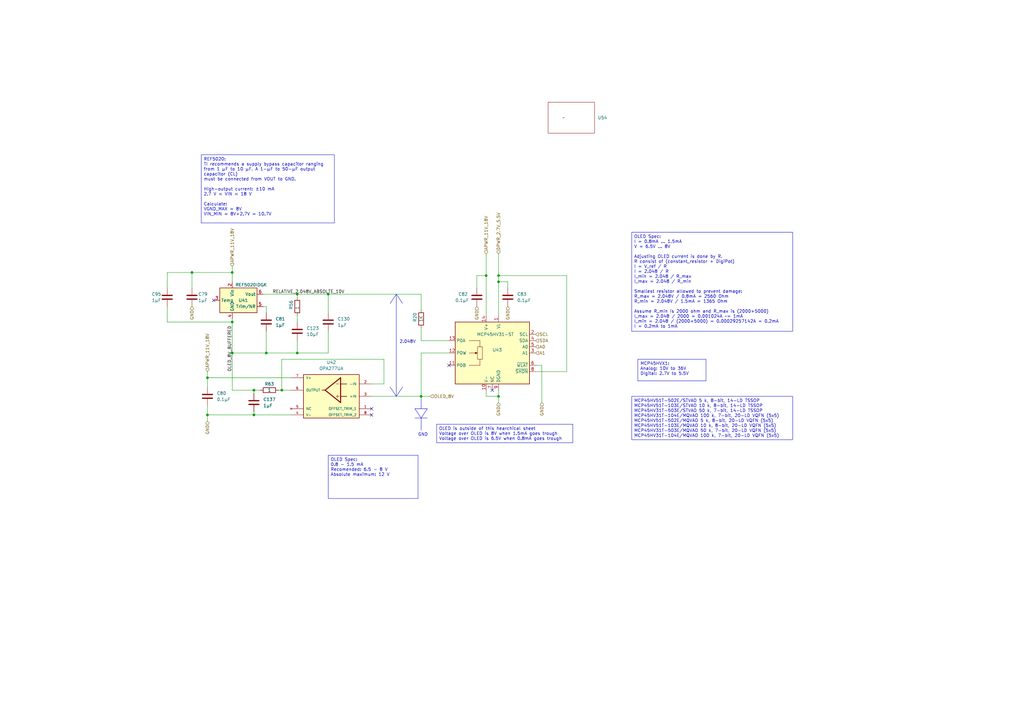
<source format=kicad_sch>
(kicad_sch (version 20230121) (generator eeschema)
  (paper "A3")
  (lib_symbols
    (symbol "Device:C" (pin_numbers hide) (pin_names (offset 0.254))
      (property "Reference" "C" (at 0.635 2.54 0))
      (property "Value" "C" (at 0.635 -2.54 0))
      (symbol "C_0_1"
        (polyline (pts (xy -2.032 -0.762) (xy 2.032 -0.762)) (stroke (width 0.508)))
        (polyline (pts (xy -2.032 0.762) (xy 2.032 0.762)) (stroke (width 0.508)))
      )
      (symbol "C_1_1"
        (pin passive line (at 0 3.81 270) (length 2.794) (name "~") (number "1"))
        (pin passive line (at 0 -3.81 90) (length 2.794) (name "~") (number "2"))
      )
    )
    (symbol "Device:R" (pin_numbers hide) (pin_names (offset 0))
      (property "Reference" "R" (at 2.032 0 90))
      (property "Value" "R" (at 0 0 90))
      (symbol "R_0_1"
        (rectangle (start -1.016 -2.54) (end 1.016 2.54) (stroke (width 0.254)))
      )
      (symbol "R_1_1"
        (pin passive line (at 0 3.81 270) (length 1.27) (name "~") (number "1"))
        (pin passive line (at 0 -3.81 90) (length 1.27) (name "~") (number "2"))
      )
    )
    (symbol "OPAx277:OPA277UA" (pin_names (offset 1.016))
      (property "Reference" "U" (at -10.16 13.97 0))
      (property "Value" "OPA277UA" (at -10.16 -6.35 0))
      (symbol "OPA277UA_0_0"
        (rectangle (start -10.16 13.97) (end 12.7 -3.81) (stroke (width 0.254)) (fill (type background)))
        (polyline (pts (xy -5.08 5.08) (xy -2.54 5.08)) (stroke (width 0.254)))
        (polyline (pts (xy -5.08 10.16) (xy -2.54 10.16)) (stroke (width 0.254)))
        (polyline (pts (xy -2.54 2.54) (xy 3.81 7.62)) (stroke (width 0.4064)))
        (polyline (pts (xy -2.54 5.08) (xy -2.54 2.54)) (stroke (width 0.4064)))
        (polyline (pts (xy -2.54 10.16) (xy -2.54 5.08)) (stroke (width 0.4064)))
        (polyline (pts (xy -2.54 12.7) (xy -2.54 10.16)) (stroke (width 0.4064)))
        (polyline (pts (xy -1.905 5.08) (xy -0.635 5.08)) (stroke (width 0.1524)))
        (polyline (pts (xy -1.905 10.16) (xy -0.635 10.16)) (stroke (width 0.1524)))
        (polyline (pts (xy -1.27 5.715) (xy -1.27 4.445)) (stroke (width 0.1524)))
        (polyline (pts (xy 3.81 7.62) (xy -2.54 12.7)) (stroke (width 0.4064)))
        (polyline (pts (xy 3.81 7.62) (xy 5.08 7.62)) (stroke (width 0.254)))
        (pin input line (at -15.24 0 0) (length 5.08) (name "OFFSET_TRIM_1") (number "1"))
        (pin input line (at -15.24 10.16 0) (length 5.08) (name "-IN") (number "2"))
        (pin input line (at -15.24 5.08 0) (length 5.08) (name "+IN") (number "3"))
        (pin power_in line (at 17.78 -2.54 180) (length 5.08) (name "V-") (number "4"))
        (pin no_connect line (at 17.78 0 180) (length 5.08) (name "NC") (number "5"))
        (pin output line (at 17.78 7.62 180) (length 5.08) (name "OUTPUT") (number "6"))
        (pin power_in line (at 17.78 12.7 180) (length 5.08) (name "V+") (number "7"))
        (pin input line (at -15.24 -2.54 0) (length 5.08) (name "OFFSET_TRIM_2") (number "8"))
      )
    )
    (symbol "Potentiometer_Digital:MCP45HV31-ST"
      (property "Reference" "U" (at -13.97 13.97 0))
      (property "Value" "MCP45HV31-ST" (at 11.43 13.97 0))
      (symbol "MCP45HV31-ST_0_1"
        (polyline (pts (xy 9.525 0) (xy 6.223 0)))
        (polyline (pts (xy 5.08 -2.54) (xy 5.08 -5.08) (xy 9.525 -5.08)))
        (polyline (pts (xy 5.08 2.54) (xy 5.08 5.08) (xy 9.525 5.08)))
        (polyline (pts (xy 6.223 0) (xy 6.985 0.381) (xy 6.985 -0.381) (xy 6.223 0)) (fill (type outline)))
        (polyline (pts (xy 6.096 2.54) (xy 4.064 2.54) (xy 4.064 -2.54) (xy 6.096 -2.54) (xy 6.096 2.54)))
      )
      (symbol "MCP45HV31-ST_1_1"
        (rectangle (start -15.24 12.7) (end 15.24 -12.7) (stroke (width 0.254)) (fill (type background)))
        (pin power_in line (at -2.54 15.24 270) (length 2.54) (name "VL") (number "1"))
        (pin power_in line (at 2.54 -15.24 90) (length 2.54) (name "V-") (number "10"))
        (pin passive line (at 17.78 -5.08 180) (length 2.54) (name "P0B") (number "11"))
        (pin passive line (at 17.78 0 180) (length 2.54) (name "P0W") (number "12"))
        (pin passive line (at 17.78 5.08 180) (length 2.54) (name "P0A") (number "13"))
        (pin power_in line (at 2.54 15.24 270) (length 2.54) (name "V+") (number "14"))
        (pin input line (at -17.78 7.62 0) (length 2.54) (name "SCL") (number "2"))
        (pin input line (at -17.78 0 0) (length 2.54) (name "A1") (number "3"))
        (pin bidirectional line (at -17.78 5.08 0) (length 2.54) (name "SDA") (number "4"))
        (pin input line (at -17.78 2.54 0) (length 2.54) (name "A0") (number "5"))
        (pin input line (at -17.78 -5.08 0) (length 2.54) (name "~{WLAT}") (number "6"))
        (pin passive line (at 0 -15.24 90) (length 2.54) (name "NC") (number "7"))
        (pin input line (at -17.78 -7.62 0) (length 2.54) (name "~{SHDN}") (number "8"))
        (pin power_in line (at -2.54 -15.24 90) (length 2.54) (name "DGND") (number "9"))
      )
    )
    (symbol "Reference_Voltage:REF5020IDGK"
      (property "Reference" "U" (at 0.635 8.255 0))
      (property "Value" "REF5020IDGK" (at -0.635 6.35 0))
      (symbol "REF5020IDGK_0_1"
        (rectangle (start -7.62 5.08) (end 7.62 -5.08) (stroke (width 0.254)) (fill (type background)))
      )
      (symbol "REF5020IDGK_1_1"
        (pin no_connect line (at -7.62 2.54 0) (length 2.54) hide (name "DNC") (number "1"))
        (pin power_in line (at -2.54 7.62 270) (length 2.54) (name "Vin") (number "2"))
        (pin passive line (at -10.16 0 0) (length 2.54) (name "Temp") (number "3"))
        (pin power_in line (at -2.54 -7.62 90) (length 2.54) (name "GND") (number "4"))
        (pin passive line (at 10.16 -2.54 180) (length 2.54) (name "Trim/NR") (number "5"))
        (pin power_out line (at 10.16 2.54 180) (length 2.54) (name "Vout") (number "6"))
        (pin no_connect line (at -5.08 -5.08 90) (length 2.54) hide (name "NC") (number "7"))
        (pin no_connect line (at 7.62 0 180) (length 2.54) hide (name "DNC") (number "8"))
      )
    )
    (symbol "tiabt:OLED_Driver_Outline" (pin_numbers hide) (pin_names (offset 0) hide) (in_bom no)
      (property "Reference" "U" (at 1.27 0 0))
      (symbol "OLED_Driver_Outline_0_1"
        (rectangle (start -6.35 6.35) (end 12.7 -6.35))
      )
    )
  )
  (junction (at 109.22 144.78))
  (junction (at 204.47 115.57))
  (junction (at 85.09 154.94))
  (junction (at 204.47 113.03))
  (junction (at 104.14 160.02))
  (junction (at 204.47 162.56))
  (junction (at 95.25 144.78))
  (junction (at 85.09 170.18))
  (junction (at 104.14 170.18))
  (junction (at 121.92 144.78))
  (junction (at 121.92 120.65))
  (junction (at 199.39 113.03))
  (junction (at 172.72 162.56))
  (junction (at 134.62 120.65))
  (junction (at 95.25 111.76))
  (junction (at 95.25 132.08))
  (junction (at 115.57 160.02))
  (junction (at 78.74 111.76))
  (no_connect (at 201.93 160.02))
  (no_connect (at 152.4 167.64))
  (no_connect (at 152.4 170.18))
  (no_connect (at 87.63 123.19))
  (no_connect (at 184.15 149.86))
  (wire (pts (xy 78.74 111.76) (xy 78.74 118.11)))
  (wire (pts (xy 119.38 160.02) (xy 115.57 160.02)))
  (wire (pts (xy 104.14 170.18) (xy 119.38 170.18)))
  (wire (pts (xy 219.71 152.4) (xy 232.41 152.4)))
  (wire (pts (xy 134.62 144.78) (xy 134.62 135.89)))
  (wire (pts (xy 95.25 111.76) (xy 95.25 115.57)))
  (wire (pts (xy 95.25 132.08) (xy 95.25 144.78)))
  (wire (pts (xy 204.47 113.03) (xy 204.47 115.57)))
  (wire (pts (xy 114.3 160.02) (xy 115.57 160.02)))
  (wire (pts (xy 68.58 111.76) (xy 78.74 111.76)))
  (polyline (pts (xy 162.56 120.65) (xy 165.1 124.46)))
  (wire (pts (xy 121.92 144.78) (xy 134.62 144.78)))
  (wire (pts (xy 109.22 135.89) (xy 109.22 144.78)))
  (wire (pts (xy 172.72 139.7) (xy 172.72 134.62)))
  (wire (pts (xy 115.57 160.02) (xy 115.57 147.32)))
  (wire (pts (xy 121.92 120.65) (xy 134.62 120.65)))
  (wire (pts (xy 204.47 104.14) (xy 204.47 113.03)))
  (wire (pts (xy 95.25 109.22) (xy 95.25 111.76)))
  (wire (pts (xy 172.72 120.65) (xy 172.72 127)))
  (wire (pts (xy 68.58 125.73) (xy 68.58 132.08)))
  (wire (pts (xy 152.4 162.56) (xy 172.72 162.56)))
  (wire (pts (xy 172.72 144.78) (xy 172.72 162.56)))
  (wire (pts (xy 95.25 130.81) (xy 95.25 132.08)))
  (wire (pts (xy 121.92 120.65) (xy 121.92 121.92)))
  (wire (pts (xy 157.48 147.32) (xy 157.48 157.48)))
  (wire (pts (xy 104.14 168.91) (xy 104.14 170.18)))
  (polyline (pts (xy 172.72 171.45) (xy 170.18 167.64)))
  (polyline (pts (xy 170.18 171.45) (xy 175.26 171.45)))
  (polyline (pts (xy 172.72 171.45) (xy 172.72 176.53)))
  (wire (pts (xy 95.25 160.02) (xy 104.14 160.02)))
  (wire (pts (xy 204.47 115.57) (xy 208.28 115.57)))
  (wire (pts (xy 134.62 120.65) (xy 172.72 120.65)))
  (wire (pts (xy 184.15 139.7) (xy 172.72 139.7)))
  (wire (pts (xy 85.09 154.94) (xy 85.09 158.75)))
  (wire (pts (xy 208.28 115.57) (xy 208.28 118.11)))
  (polyline (pts (xy 172.72 162.56) (xy 172.72 167.64)))
  (wire (pts (xy 115.57 147.32) (xy 157.48 147.32)))
  (wire (pts (xy 78.74 111.76) (xy 95.25 111.76)))
  (wire (pts (xy 204.47 113.03) (xy 232.41 113.03)))
  (wire (pts (xy 109.22 144.78) (xy 121.92 144.78)))
  (wire (pts (xy 199.39 104.14) (xy 199.39 113.03)))
  (wire (pts (xy 172.72 162.56) (xy 176.53 162.56)))
  (wire (pts (xy 184.15 144.78) (xy 172.72 144.78)))
  (wire (pts (xy 121.92 144.78) (xy 121.92 139.7)))
  (wire (pts (xy 222.25 149.86) (xy 222.25 165.1)))
  (wire (pts (xy 85.09 170.18) (xy 104.14 170.18)))
  (polyline (pts (xy 162.56 120.65) (xy 162.56 162.56)))
  (wire (pts (xy 85.09 154.94) (xy 119.38 154.94)))
  (wire (pts (xy 219.71 149.86) (xy 222.25 149.86)))
  (wire (pts (xy 95.25 144.78) (xy 109.22 144.78)))
  (wire (pts (xy 85.09 152.4) (xy 85.09 154.94)))
  (polyline (pts (xy 172.72 171.45) (xy 175.26 167.64)))
  (wire (pts (xy 107.95 125.73) (xy 109.22 125.73)))
  (wire (pts (xy 157.48 157.48) (xy 152.4 157.48)))
  (wire (pts (xy 204.47 115.57) (xy 204.47 129.54)))
  (wire (pts (xy 121.92 129.54) (xy 121.92 132.08)))
  (wire (pts (xy 85.09 166.37) (xy 85.09 170.18)))
  (wire (pts (xy 104.14 160.02) (xy 106.68 160.02)))
  (wire (pts (xy 107.95 120.65) (xy 121.92 120.65)))
  (wire (pts (xy 104.14 160.02) (xy 104.14 161.29)))
  (wire (pts (xy 199.39 160.02) (xy 199.39 162.56)))
  (wire (pts (xy 195.58 113.03) (xy 199.39 113.03)))
  (wire (pts (xy 68.58 132.08) (xy 95.25 132.08)))
  (wire (pts (xy 68.58 118.11) (xy 68.58 111.76)))
  (wire (pts (xy 204.47 160.02) (xy 204.47 162.56)))
  (polyline (pts (xy 162.56 162.56) (xy 165.1 158.75)))
  (wire (pts (xy 199.39 113.03) (xy 199.39 129.54)))
  (wire (pts (xy 199.39 162.56) (xy 204.47 162.56)))
  (polyline (pts (xy 170.18 167.64) (xy 175.26 167.64)))
  (wire (pts (xy 109.22 125.73) (xy 109.22 128.27)))
  (wire (pts (xy 232.41 152.4) (xy 232.41 113.03)))
  (wire (pts (xy 85.09 170.18) (xy 85.09 172.72)))
  (polyline (pts (xy 162.56 162.56) (xy 160.02 158.75)))
  (wire (pts (xy 204.47 162.56) (xy 204.47 165.1)))
  (wire (pts (xy 95.25 144.78) (xy 95.25 160.02)))
  (polyline (pts (xy 162.56 120.65) (xy 160.02 124.46)))
  (wire (pts (xy 134.62 120.65) (xy 134.62 128.27)))
  (wire (pts (xy 195.58 113.03) (xy 195.58 118.11)))
  (text_box "OLED is outside of this hearchical sheet\nVoltage over OLED is 8V when 1.5mA goes trough\nVoltage over OLED is 6.5V when 0.8mA goes trough\n" (at 179.07 173.99 0) (size 55.88 7.62) (effects (font (size 1.27 1.27)) (justify left top)))
  (text_box "OLED Spec:\n0.8 - 1.5 mA\nRecomended: 6.5 - 8 V\nAbsolute maximum: 12 V\n" (at 134.62 186.69 0) (size 36.83 17.78) (effects (font (size 1.27 1.27)) (justify left top)))
  (text_box "MCP45HV51T-502E/STVAO 5 k, 8-bit, 14-LD TSSOP\nMCP45HV51T-103E/STVAO 10 k, 8-bit, 14-LD TSSOP\nMCP45HV31T-503E/STVAO 50 k, 7-bit, 14-LD TSSOP\nMCP45HV31T-104E/MQVAO 100 k, 7-bit, 20-LD VQFN (5x5)\nMCP45HV51T-502E/MQVAO 5 k, 8-bit, 20-LD VQFN (5x5)\nMCP45HV51T-103E/MQVAO 10 k, 8-bit, 20-LD VQFN (5x5)\nMCP45HV31T-503E/MQVAO 50 k, 7-bit, 20-LD VQFN (5x5)\nMCP45HV31T-104E/MQVAO 100 k, 7-bit, 20-LD VQFN (5x5)" (at 259.08 162.56 0) (size 66.04 17.78) (effects (font (size 1.27 1.27)) (justify left top)))
  (text_box "OLED Spec:\nI = 0.8mA ... 1.5mA\nV = 6.5V ... 8V\n\nAdjusting OLED current is done by R.\nR consist of (constant_resistor + DigiPot)\nI = V_ref / R\nI = 2.048 / R\nI_min = 2.048 / R_max\nI_max = 2.048 / R_min\n\nSmallest resistor allowed to prevent damage:\nR_max = 2.048V / 0.8mA = 2560 Ohm\nR_min = 2.048V / 1.5mA = 1365 Ohm\n\nAssume R_min is 2000 ohm and R_max is (2000+5000)\nI_max = 2.048 / 2000 = 0.001024A ~= 1mA\nI_min = 2.048 / (2000+5000) = 0.00029257142A = 0.2mA\nI = 0.2mA to 1mA\n\n" (at 259.08 95.25 0) (size 66.04 40.64) (effects (font (size 1.27 1.27)) (justify left top)))
  (text_box "REF5020:\nTI recommends a supply bypass capacitor ranging\nfrom 1 μF to 10 μF. A 1-μF to 50-μF output capacitor (CL) \nmust be connected from VOUT to GND.\n\nHigh-output current: ±10 mA\n2.7 V < VIN < 18 V\n\nCalculate:\nVGND_MAX = 8V\nVIN_MIN = 8V+2.7V = 10.7V" (at 82.55 63.5 0) (size 54.61 27.94) (effects (font (size 1.27 1.27)) (justify left top)))
  (text_box "MCP45HVX1:\nAnalog: 10V to 36V\nDigital: 2.7V to 5.5V" (at 261.62 147.32 0) (size 27.94 8.89) (effects (font (size 1.27 1.27)) (justify left top)))
  (text "2.048V" (at 163.83 140.97 0) (effects (font (size 1.27 1.27)) (justify left bottom)))
  (text "GND" (at 171.45 179.07 0) (effects (font (size 1.27 1.27)) (justify left bottom)))
  (label "RELATIVE_2.048V_ABSOLTE_10V" (at 111.76 120.65 0))
  (label "OLED_8V_BUFFERED" (at 95.25 152.4 90))
  (hierarchical_label "OLED_8V" (shape input) (at 176.53 162.56 0))
  (hierarchical_label "APWR_11V_18V" (shape input) (at 85.09 152.4 90))
  (hierarchical_label "GND" (shape input) (at 222.25 165.1 270))
  (hierarchical_label "A1" (shape input) (at 219.71 144.78 0))
  (hierarchical_label "GND" (shape input) (at 85.09 172.72 270))
  (hierarchical_label "DPWR_2.7V_5.5V" (shape input) (at 204.47 104.14 90))
  (hierarchical_label "GND" (shape input) (at 195.58 125.73 270))
  (hierarchical_label "SCL" (shape input) (at 219.71 137.16 0))
  (hierarchical_label "APWR_11V_18V" (shape input) (at 95.25 109.22 90))
  (hierarchical_label "A0" (shape input) (at 219.71 142.24 0))
  (hierarchical_label "SDA" (shape input) (at 219.71 139.7 0))
  (hierarchical_label "GND" (shape input) (at 204.47 165.1 270))
  (hierarchical_label "APWR_11V_18V" (shape input) (at 199.39 104.14 90))
  (hierarchical_label "GND" (shape input) (at 78.74 125.73 270))
  (hierarchical_label "GND" (shape input) (at 208.28 125.73 270))
  (symbol (lib_id "Device:C") (at 109.22 132.08 0) (unit 1)
    (property "Reference" "C81" (at 113.03 130.81 0) (effects (justify left)))
    (property "Value" "1µF" (at 113.03 133.35 0) (effects (justify left)))
    (property "Footprint" "Capacitor_SMD:C_0603_1608Metric" (effects hide))
    (instances (project "demo_LMP7721" (path "" (reference "C81") (unit 1)) (path "" (reference "C30") (unit 1)) (path "" (reference "C46") (unit 1)) (path "" (reference "C56") (unit 1)) (path "" (reference "C71") (unit 1)) (path "" (reference "C76") (unit 1)) (path "" (reference "C66") (unit 1))))
  )
  (symbol (lib_id "Reference_Voltage:REF5020IDGK") (at 97.79 123.19 0) (unit 1)
    (property "Reference" "U41" (at 97.79 123.19 0) (effects (justify left)))
    (property "Value" "REF5020IDGK" (at 96.52 116.84 0) (effects (justify left)))
    (property "Footprint" "Package_SO:MSOP-8_3x3mm_P0.65mm" (effects hide))
    (property "Datasheet" "http://www.ti.com/lit/ds/symlink/ref5030.pdf" (effects hide))
    (instances (project "demo_LMP7721" (path "" (reference "U41") (unit 1)) (path "" (reference "U1") (unit 1)) (path "" (reference "U25") (unit 1)) (path "" (reference "U28") (unit 1)) (path "" (reference "U34") (unit 1)) (path "" (reference "U39") (unit 1)) (path "" (reference "U31") (unit 1))))
  )
  (symbol (lib_id "Device:C") (at 78.74 121.92 0) (unit 1)
    (property "Reference" "C79" (at 81.28 120.65 0) (effects (justify left)))
    (property "Value" "1µF" (at 81.28 123.19 0) (effects (justify left)))
    (property "Footprint" "Capacitor_SMD:C_0603_1608Metric" (effects hide))
    (instances (project "demo_LMP7721" (path "" (reference "C79") (unit 1)) (path "" (reference "C3") (unit 1)) (path "" (reference "C33") (unit 1)) (path "" (reference "C52") (unit 1)) (path "" (reference "C69") (unit 1)) (path "" (reference "C74") (unit 1)) (path "" (reference "C60") (unit 1))))
  )
  (symbol (lib_id "Device:C") (at 85.09 162.56 0) (unit 1)
    (property "Reference" "C80" (at 88.9 161.29 0) (effects (justify left)))
    (property "Value" "0.1μF" (at 88.9 163.83 0) (effects (justify left)))
    (property "Footprint" "Capacitor_SMD:C_0603_1608Metric" (effects hide))
    (instances (project "demo_LMP7721" (path "" (reference "C80") (unit 1)) (path "" (reference "C14") (unit 1)) (path "" (reference "C34") (unit 1)) (path "" (reference "C54") (unit 1)) (path "" (reference "C70") (unit 1)) (path "" (reference "C75") (unit 1)) (path "" (reference "C65") (unit 1))))
  )
  (symbol (lib_id "Device:C") (at 195.58 121.92 0) (unit 1)
    (property "Reference" "C82" (at 187.96 120.65 0) (effects (justify left)))
    (property "Value" "0.1μF" (at 186.69 123.19 0) (effects (justify left)))
    (property "Footprint" "Capacitor_SMD:C_0603_1608Metric" (effects hide))
    (instances (project "demo_LMP7721" (path "" (reference "C82") (unit 1)) (path "" (reference "C31") (unit 1)) (path "" (reference "C48") (unit 1)) (path "" (reference "C58") (unit 1)) (path "" (reference "C72") (unit 1)) (path "" (reference "C77") (unit 1)) (path "" (reference "C67") (unit 1))))
  )
  (symbol (lib_id "Device:C") (at 68.58 121.92 0) (unit 1)
    (property "Reference" "C95" (at 62.23 120.65 0) (effects (justify left)))
    (property "Value" "1µF" (at 62.23 123.19 0) (effects (justify left)))
    (property "Footprint" "Capacitor_SMD:C_0603_1608Metric" (effects hide))
    (instances (project "demo_LMP7721" (path "" (reference "C95") (unit 1)) (path "" (reference "C89") (unit 1)) (path "" (reference "C90") (unit 1)) (path "" (reference "C91") (unit 1)) (path "" (reference "C93") (unit 1)) (path "" (reference "C94") (unit 1)) (path "" (reference "C92") (unit 1))))
  )
  (symbol (lib_id "Device:R") (at 172.72 130.81 0) (unit 1)
    (property "Reference" "R20" (at 170.18 132.08 90) (effects (justify left)))
    (property "Value" "1K" (at 172.72 132.08 90) (effects (justify left)))
    (property "Footprint" "Resistor_SMD:R_0603_1608Metric" (effects hide))
    (instances (project "demo_LMP7721" (path "" (reference "R20") (unit 1)) (path "" (reference "R4") (unit 1)) (path "" (reference "R6") (unit 1)) (path "" (reference "R8") (unit 1)) (path "" (reference "R16") (unit 1)) (path "" (reference "R24") (unit 1)) (path "" (reference "R12") (unit 1))))
  )
  (symbol (lib_id "Device:C") (at 104.14 165.1 0) (unit 1)
    (property "Reference" "C137" (at 107.95 163.83 0) (effects (justify left)))
    (property "Value" "1µF" (at 107.95 166.37 0) (effects (justify left)))
    (property "Footprint" "Capacitor_SMD:C_0603_1608Metric" (effects hide))
    (instances (project "demo_LMP7721" (path "" (reference "C137") (unit 1)) (path "" (reference "C138") (unit 1)) (path "" (reference "C139") (unit 1)) (path "" (reference "C140") (unit 1)) (path "" (reference "C141") (unit 1)) (path "" (reference "C142") (unit 1)) (path "" (reference "C143") (unit 1))))
  )
  (symbol (lib_id "Device:C") (at 208.28 121.92 0) (unit 1)
    (property "Reference" "C83" (at 212.09 120.6499 0) (effects (justify left)))
    (property "Value" "0.1μF" (at 212.09 123.1899 0) (effects (justify left)))
    (property "Footprint" "Capacitor_SMD:C_0603_1608Metric" (effects hide))
    (instances (project "demo_LMP7721" (path "" (reference "C83") (unit 1)) (path "" (reference "C32") (unit 1)) (path "" (reference "C50") (unit 1)) (path "" (reference "C59") (unit 1)) (path "" (reference "C73") (unit 1)) (path "" (reference "C78") (unit 1)) (path "" (reference "C68") (unit 1))))
  )
  (symbol (lib_id "Device:C") (at 134.62 132.08 0) (unit 1)
    (property "Reference" "C130" (at 138.43 130.81 0) (effects (justify left)))
    (property "Value" "1µF" (at 138.43 133.35 0) (effects (justify left)))
    (property "Footprint" "Capacitor_SMD:C_0603_1608Metric" (effects hide))
    (instances (project "demo_LMP7721" (path "" (reference "C130") (unit 1)) (path "" (reference "C131") (unit 1)) (path "" (reference "C132") (unit 1)) (path "" (reference "C133") (unit 1)) (path "" (reference "C134") (unit 1)) (path "" (reference "C135") (unit 1)) (path "" (reference "C136") (unit 1))))
  )
  (symbol (lib_id "tiabt:OLED_Driver_Outline") (at 231.14 48.26 0) (unit 1) (in_bom no)
    (property "Reference" "U54" (at 245.11 48.26 0) (effects (justify left)))
    (property "Value" "~" (at 231.14 48.26 0))
    (property "Footprint" "tiabt:OLED_Driver_Outline" (effects hide))
    (property "Sim.Enable" "0" (effects hide))
    (instances (project "demo_LMP7721" (path "" (reference "U54") (unit 1)) (path "" (reference "U55") (unit 1)) (path "" (reference "U56") (unit 1)) (path "" (reference "U57") (unit 1)) (path "" (reference "U60") (unit 1)) (path "" (reference "U58") (unit 1)) (path "" (reference "U59") (unit 1))))
  )
  (symbol (lib_id "Device:C") (at 121.92 135.89 0) (unit 1)
    (property "Reference" "C123" (at 125.73 134.62 0) (effects (justify left)))
    (property "Value" "10µF" (at 125.73 137.16 0) (effects (justify left)))
    (property "Footprint" "Capacitor_SMD:C_1206_3216Metric" (effects hide))
    (instances (project "demo_LMP7721" (path "" (reference "C123") (unit 1)) (path "" (reference "C124") (unit 1)) (path "" (reference "C125") (unit 1)) (path "" (reference "C126") (unit 1)) (path "" (reference "C127") (unit 1)) (path "" (reference "C128") (unit 1)) (path "" (reference "C129") (unit 1))))
  )
  (symbol (lib_id "Potentiometer_Digital:MCP45HV31-ST") (at 201.93 144.78 0) (mirror y) (unit 1)
    (property "Reference" "U43" (at 201.93 143.51 0) (effects (justify right)))
    (property "Value" "MCP45HV31-ST" (at 195.58 137.16 0) (effects (justify right)))
    (property "Footprint" "Package_SO:TSSOP-14_4.4x5mm_P0.65mm" (effects hide))
    (property "Datasheet" "http://ww1.microchip.com/downloads/en/DeviceDoc/20005304A.pdf" (effects hide))
    (property "Mouser" "https://eu.mouser.com/ProductDetail/Microchip-Technology/MCP45HV51-502E-ST?qs=wzzOUr4NhYo51RHFtIUWQw%3D%3D" (effects hide))
    (instances (project "demo_LMP7721" (path "" (reference "U43") (unit 1)) (path "" (reference "U9") (unit 1)) (path "" (reference "U27") (unit 1)) (path "" (reference "U30") (unit 1)) (path "" (reference "U37") (unit 1)) (path "" (reference "U44") (unit 1)) (path "" (reference "U33") (unit 1))))
  )
  (symbol (lib_id "Device:R") (at 110.49 160.02 90) (unit 1)
    (property "Reference" "R63" (at 110.49 157.48 90))
    (property "Value" "1" (at 110.49 160.02 90))
    (property "Footprint" "Resistor_SMD:R_0603_1608Metric" (effects hide))
    (instances (project "demo_LMP7721" (path "" (reference "R63") (unit 1)) (path "" (reference "R64") (unit 1)) (path "" (reference "R65") (unit 1)) (path "" (reference "R66") (unit 1)) (path "" (reference "R67") (unit 1)) (path "" (reference "R68") (unit 1)) (path "" (reference "R69") (unit 1))))
  )
  (symbol (lib_id "Device:R") (at 121.92 125.73 0) (unit 1)
    (property "Reference" "R56" (at 119.38 127 90) (effects (justify left)))
    (property "Value" "1" (at 121.92 127 90) (effects (justify left)))
    (property "Footprint" "Resistor_SMD:R_0603_1608Metric" (effects hide))
    (instances (project "demo_LMP7721" (path "" (reference "R56") (unit 1)) (path "" (reference "R57") (unit 1)) (path "" (reference "R58") (unit 1)) (path "" (reference "R59") (unit 1)) (path "" (reference "R60") (unit 1)) (path "" (reference "R61") (unit 1)) (path "" (reference "R62") (unit 1))))
  )
  (symbol (lib_id "OPAx277:OPA277UA") (at 137.16 167.64 0) (mirror y) (unit 1)
    (property "Reference" "U42" (at 135.89 148.59 0))
    (property "Value" "OPA277UA" (at 135.89 151.13 0))
    (property "Footprint" "Package_SO:SOIC-8_3.9x4.9mm_P1.27mm" (effects hide))
    (property "PARTREV" "02/2019" (effects hide))
    (property "MAXIMUM_PACKAGE_HEIGHT" "1.75 mm" (effects hide))
    (property "STANDARD" "IPC 7351B" (effects hide))
    (property "MANUFACTURER" "Texas Instruments" (effects hide))
    (instances (project "demo_LMP7721" (path "" (reference "U42") (unit 1)) (path "" (reference "U8") (unit 1)) (path "" (reference "U26") (unit 1)) (path "" (reference "U29") (unit 1)) (path "" (reference "U35") (unit 1)) (path "" (reference "U40") (unit 1)) (path "" (reference "U32") (unit 1))))
  )
)
</source>
